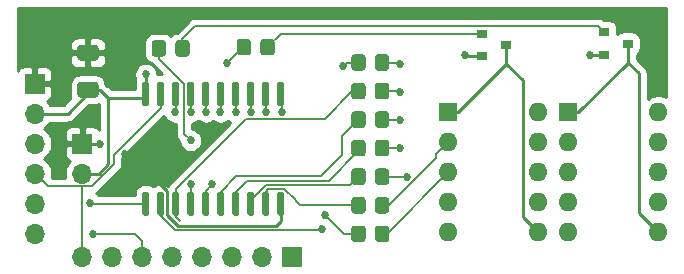
<source format=gbr>
%TF.GenerationSoftware,KiCad,Pcbnew,5.1.9-73d0e3b20d~88~ubuntu20.04.1*%
%TF.CreationDate,2021-03-07T16:38:01-05:00*%
%TF.ProjectId,hexdisplay8,68657864-6973-4706-9c61-79382e6b6963,rev?*%
%TF.SameCoordinates,Original*%
%TF.FileFunction,Copper,L1,Top*%
%TF.FilePolarity,Positive*%
%FSLAX46Y46*%
G04 Gerber Fmt 4.6, Leading zero omitted, Abs format (unit mm)*
G04 Created by KiCad (PCBNEW 5.1.9-73d0e3b20d~88~ubuntu20.04.1) date 2021-03-07 16:38:01*
%MOMM*%
%LPD*%
G01*
G04 APERTURE LIST*
%TA.AperFunction,ComponentPad*%
%ADD10O,1.600000X1.600000*%
%TD*%
%TA.AperFunction,ComponentPad*%
%ADD11R,1.600000X1.600000*%
%TD*%
%TA.AperFunction,ComponentPad*%
%ADD12R,1.700000X1.700000*%
%TD*%
%TA.AperFunction,ComponentPad*%
%ADD13O,1.700000X1.700000*%
%TD*%
%TA.AperFunction,SMDPad,CuDef*%
%ADD14R,0.900000X0.800000*%
%TD*%
%TA.AperFunction,ViaPad*%
%ADD15C,0.685800*%
%TD*%
%TA.AperFunction,Conductor*%
%ADD16C,0.254000*%
%TD*%
%TA.AperFunction,Conductor*%
%ADD17C,0.152400*%
%TD*%
%TA.AperFunction,Conductor*%
%ADD18C,0.100000*%
%TD*%
G04 APERTURE END LIST*
%TO.P,C1,1*%
%TO.N,VCC*%
%TA.AperFunction,SMDPad,CuDef*%
G36*
G01*
X143350001Y-106462500D02*
X142049999Y-106462500D01*
G75*
G02*
X141800000Y-106212501I0J249999D01*
G01*
X141800000Y-105387499D01*
G75*
G02*
X142049999Y-105137500I249999J0D01*
G01*
X143350001Y-105137500D01*
G75*
G02*
X143600000Y-105387499I0J-249999D01*
G01*
X143600000Y-106212501D01*
G75*
G02*
X143350001Y-106462500I-249999J0D01*
G01*
G37*
%TD.AperFunction*%
%TO.P,C1,2*%
%TO.N,GND*%
%TA.AperFunction,SMDPad,CuDef*%
G36*
G01*
X143350001Y-103337500D02*
X142049999Y-103337500D01*
G75*
G02*
X141800000Y-103087501I0J249999D01*
G01*
X141800000Y-102262499D01*
G75*
G02*
X142049999Y-102012500I249999J0D01*
G01*
X143350001Y-102012500D01*
G75*
G02*
X143600000Y-102262499I0J-249999D01*
G01*
X143600000Y-103087501D01*
G75*
G02*
X143350001Y-103337500I-249999J0D01*
G01*
G37*
%TD.AperFunction*%
%TD*%
D10*
%TO.P,J1,10*%
%TO.N,/A*%
X180820000Y-107700000D03*
%TO.P,J1,5*%
%TO.N,/D*%
X173200000Y-117860000D03*
%TO.P,J1,9*%
%TO.N,/B*%
X180820000Y-110240000D03*
%TO.P,J1,4*%
%TO.N,/E*%
X173200000Y-115320000D03*
%TO.P,J1,8*%
%TO.N,/C*%
X180820000Y-112780000D03*
%TO.P,J1,3*%
%TO.N,/G*%
X173200000Y-112780000D03*
%TO.P,J1,7*%
%TO.N,Net-(J1-Pad7)*%
X180820000Y-115320000D03*
%TO.P,J1,2*%
%TO.N,/F*%
X173200000Y-110240000D03*
%TO.P,J1,6*%
%TO.N,/CA2*%
X180820000Y-117860000D03*
D11*
%TO.P,J1,1*%
X173200000Y-107700000D03*
%TD*%
%TO.P,J2,1*%
%TO.N,/CA1*%
X183360000Y-107700000D03*
D10*
%TO.P,J2,6*%
X190980000Y-117860000D03*
%TO.P,J2,2*%
%TO.N,/F*%
X183360000Y-110240000D03*
%TO.P,J2,7*%
%TO.N,Net-(J2-Pad7)*%
X190980000Y-115320000D03*
%TO.P,J2,3*%
%TO.N,/G*%
X183360000Y-112780000D03*
%TO.P,J2,8*%
%TO.N,/C*%
X190980000Y-112780000D03*
%TO.P,J2,4*%
%TO.N,/E*%
X183360000Y-115320000D03*
%TO.P,J2,9*%
%TO.N,/B*%
X190980000Y-110240000D03*
%TO.P,J2,5*%
%TO.N,/D*%
X183360000Y-117860000D03*
%TO.P,J2,10*%
%TO.N,/A*%
X190980000Y-107700000D03*
%TD*%
D12*
%TO.P,J3,1*%
%TO.N,GND*%
X142220000Y-110360000D03*
D13*
%TO.P,J3,2*%
%TO.N,VCC*%
X142220000Y-112900000D03*
%TD*%
D12*
%TO.P,J4,1*%
%TO.N,/D0*%
X160000000Y-120000000D03*
D13*
%TO.P,J4,2*%
%TO.N,/D1*%
X157460000Y-120000000D03*
%TO.P,J4,3*%
%TO.N,/D2*%
X154920000Y-120000000D03*
%TO.P,J4,4*%
%TO.N,/D3*%
X152380000Y-120000000D03*
%TO.P,J4,5*%
%TO.N,/D4*%
X149840000Y-120000000D03*
%TO.P,J4,6*%
%TO.N,/D5*%
X147300000Y-120000000D03*
%TO.P,J4,7*%
%TO.N,/D6*%
X144760000Y-120000000D03*
%TO.P,J4,8*%
%TO.N,/D7*%
X142220000Y-120000000D03*
%TD*%
D12*
%TO.P,J5,1*%
%TO.N,GND*%
X138200000Y-105280000D03*
D13*
%TO.P,J5,2*%
%TO.N,VCC*%
X138200000Y-107820000D03*
%TO.P,J5,3*%
%TO.N,/D6*%
X138200000Y-110360000D03*
%TO.P,J5,4*%
%TO.N,/D7*%
X138200000Y-112900000D03*
%TO.P,J5,5*%
%TO.N,/~RESET*%
X138200000Y-115440000D03*
%TO.P,J5,6*%
%TO.N,/D5*%
X138200000Y-117980000D03*
%TD*%
D14*
%TO.P,Q1,1*%
%TO.N,Net-(Q1-Pad1)*%
X186400000Y-100950000D03*
%TO.P,Q1,2*%
%TO.N,VCC*%
X186400000Y-102850000D03*
%TO.P,Q1,3*%
%TO.N,/CA1*%
X188400000Y-101900000D03*
%TD*%
%TO.P,Q2,3*%
%TO.N,/CA2*%
X178100000Y-102000000D03*
%TO.P,Q2,2*%
%TO.N,VCC*%
X176100000Y-102950000D03*
%TO.P,Q2,1*%
%TO.N,Net-(Q2-Pad1)*%
X176100000Y-101050000D03*
%TD*%
%TO.P,R1,1*%
%TO.N,/A*%
%TA.AperFunction,SMDPad,CuDef*%
G36*
G01*
X168200000Y-103049999D02*
X168200000Y-103950001D01*
G75*
G02*
X167950001Y-104200000I-249999J0D01*
G01*
X167249999Y-104200000D01*
G75*
G02*
X167000000Y-103950001I0J249999D01*
G01*
X167000000Y-103049999D01*
G75*
G02*
X167249999Y-102800000I249999J0D01*
G01*
X167950001Y-102800000D01*
G75*
G02*
X168200000Y-103049999I0J-249999D01*
G01*
G37*
%TD.AperFunction*%
%TO.P,R1,2*%
%TO.N,Net-(R1-Pad2)*%
%TA.AperFunction,SMDPad,CuDef*%
G36*
G01*
X166200000Y-103049999D02*
X166200000Y-103950001D01*
G75*
G02*
X165950001Y-104200000I-249999J0D01*
G01*
X165249999Y-104200000D01*
G75*
G02*
X165000000Y-103950001I0J249999D01*
G01*
X165000000Y-103049999D01*
G75*
G02*
X165249999Y-102800000I249999J0D01*
G01*
X165950001Y-102800000D01*
G75*
G02*
X166200000Y-103049999I0J-249999D01*
G01*
G37*
%TD.AperFunction*%
%TD*%
%TO.P,R2,2*%
%TO.N,Net-(R2-Pad2)*%
%TA.AperFunction,SMDPad,CuDef*%
G36*
G01*
X166200000Y-105466665D02*
X166200000Y-106366667D01*
G75*
G02*
X165950001Y-106616666I-249999J0D01*
G01*
X165249999Y-106616666D01*
G75*
G02*
X165000000Y-106366667I0J249999D01*
G01*
X165000000Y-105466665D01*
G75*
G02*
X165249999Y-105216666I249999J0D01*
G01*
X165950001Y-105216666D01*
G75*
G02*
X166200000Y-105466665I0J-249999D01*
G01*
G37*
%TD.AperFunction*%
%TO.P,R2,1*%
%TO.N,/B*%
%TA.AperFunction,SMDPad,CuDef*%
G36*
G01*
X168200000Y-105466665D02*
X168200000Y-106366667D01*
G75*
G02*
X167950001Y-106616666I-249999J0D01*
G01*
X167249999Y-106616666D01*
G75*
G02*
X167000000Y-106366667I0J249999D01*
G01*
X167000000Y-105466665D01*
G75*
G02*
X167249999Y-105216666I249999J0D01*
G01*
X167950001Y-105216666D01*
G75*
G02*
X168200000Y-105466665I0J-249999D01*
G01*
G37*
%TD.AperFunction*%
%TD*%
%TO.P,R3,1*%
%TO.N,/C*%
%TA.AperFunction,SMDPad,CuDef*%
G36*
G01*
X168200000Y-107883331D02*
X168200000Y-108783333D01*
G75*
G02*
X167950001Y-109033332I-249999J0D01*
G01*
X167249999Y-109033332D01*
G75*
G02*
X167000000Y-108783333I0J249999D01*
G01*
X167000000Y-107883331D01*
G75*
G02*
X167249999Y-107633332I249999J0D01*
G01*
X167950001Y-107633332D01*
G75*
G02*
X168200000Y-107883331I0J-249999D01*
G01*
G37*
%TD.AperFunction*%
%TO.P,R3,2*%
%TO.N,Net-(R3-Pad2)*%
%TA.AperFunction,SMDPad,CuDef*%
G36*
G01*
X166200000Y-107883331D02*
X166200000Y-108783333D01*
G75*
G02*
X165950001Y-109033332I-249999J0D01*
G01*
X165249999Y-109033332D01*
G75*
G02*
X165000000Y-108783333I0J249999D01*
G01*
X165000000Y-107883331D01*
G75*
G02*
X165249999Y-107633332I249999J0D01*
G01*
X165950001Y-107633332D01*
G75*
G02*
X166200000Y-107883331I0J-249999D01*
G01*
G37*
%TD.AperFunction*%
%TD*%
%TO.P,R4,2*%
%TO.N,Net-(R4-Pad2)*%
%TA.AperFunction,SMDPad,CuDef*%
G36*
G01*
X166200000Y-110299997D02*
X166200000Y-111199999D01*
G75*
G02*
X165950001Y-111449998I-249999J0D01*
G01*
X165249999Y-111449998D01*
G75*
G02*
X165000000Y-111199999I0J249999D01*
G01*
X165000000Y-110299997D01*
G75*
G02*
X165249999Y-110049998I249999J0D01*
G01*
X165950001Y-110049998D01*
G75*
G02*
X166200000Y-110299997I0J-249999D01*
G01*
G37*
%TD.AperFunction*%
%TO.P,R4,1*%
%TO.N,/D*%
%TA.AperFunction,SMDPad,CuDef*%
G36*
G01*
X168200000Y-110299997D02*
X168200000Y-111199999D01*
G75*
G02*
X167950001Y-111449998I-249999J0D01*
G01*
X167249999Y-111449998D01*
G75*
G02*
X167000000Y-111199999I0J249999D01*
G01*
X167000000Y-110299997D01*
G75*
G02*
X167249999Y-110049998I249999J0D01*
G01*
X167950001Y-110049998D01*
G75*
G02*
X168200000Y-110299997I0J-249999D01*
G01*
G37*
%TD.AperFunction*%
%TD*%
%TO.P,R5,1*%
%TO.N,/E*%
%TA.AperFunction,SMDPad,CuDef*%
G36*
G01*
X168200000Y-112716663D02*
X168200000Y-113616665D01*
G75*
G02*
X167950001Y-113866664I-249999J0D01*
G01*
X167249999Y-113866664D01*
G75*
G02*
X167000000Y-113616665I0J249999D01*
G01*
X167000000Y-112716663D01*
G75*
G02*
X167249999Y-112466664I249999J0D01*
G01*
X167950001Y-112466664D01*
G75*
G02*
X168200000Y-112716663I0J-249999D01*
G01*
G37*
%TD.AperFunction*%
%TO.P,R5,2*%
%TO.N,Net-(R5-Pad2)*%
%TA.AperFunction,SMDPad,CuDef*%
G36*
G01*
X166200000Y-112716663D02*
X166200000Y-113616665D01*
G75*
G02*
X165950001Y-113866664I-249999J0D01*
G01*
X165249999Y-113866664D01*
G75*
G02*
X165000000Y-113616665I0J249999D01*
G01*
X165000000Y-112716663D01*
G75*
G02*
X165249999Y-112466664I249999J0D01*
G01*
X165950001Y-112466664D01*
G75*
G02*
X166200000Y-112716663I0J-249999D01*
G01*
G37*
%TD.AperFunction*%
%TD*%
%TO.P,R6,2*%
%TO.N,Net-(R6-Pad2)*%
%TA.AperFunction,SMDPad,CuDef*%
G36*
G01*
X166200000Y-115133329D02*
X166200000Y-116033331D01*
G75*
G02*
X165950001Y-116283330I-249999J0D01*
G01*
X165249999Y-116283330D01*
G75*
G02*
X165000000Y-116033331I0J249999D01*
G01*
X165000000Y-115133329D01*
G75*
G02*
X165249999Y-114883330I249999J0D01*
G01*
X165950001Y-114883330D01*
G75*
G02*
X166200000Y-115133329I0J-249999D01*
G01*
G37*
%TD.AperFunction*%
%TO.P,R6,1*%
%TO.N,/F*%
%TA.AperFunction,SMDPad,CuDef*%
G36*
G01*
X168200000Y-115133329D02*
X168200000Y-116033331D01*
G75*
G02*
X167950001Y-116283330I-249999J0D01*
G01*
X167249999Y-116283330D01*
G75*
G02*
X167000000Y-116033331I0J249999D01*
G01*
X167000000Y-115133329D01*
G75*
G02*
X167249999Y-114883330I249999J0D01*
G01*
X167950001Y-114883330D01*
G75*
G02*
X168200000Y-115133329I0J-249999D01*
G01*
G37*
%TD.AperFunction*%
%TD*%
%TO.P,R7,1*%
%TO.N,/G*%
%TA.AperFunction,SMDPad,CuDef*%
G36*
G01*
X168200000Y-117549999D02*
X168200000Y-118450001D01*
G75*
G02*
X167950001Y-118700000I-249999J0D01*
G01*
X167249999Y-118700000D01*
G75*
G02*
X167000000Y-118450001I0J249999D01*
G01*
X167000000Y-117549999D01*
G75*
G02*
X167249999Y-117300000I249999J0D01*
G01*
X167950001Y-117300000D01*
G75*
G02*
X168200000Y-117549999I0J-249999D01*
G01*
G37*
%TD.AperFunction*%
%TO.P,R7,2*%
%TO.N,Net-(R7-Pad2)*%
%TA.AperFunction,SMDPad,CuDef*%
G36*
G01*
X166200000Y-117549999D02*
X166200000Y-118450001D01*
G75*
G02*
X165950001Y-118700000I-249999J0D01*
G01*
X165249999Y-118700000D01*
G75*
G02*
X165000000Y-118450001I0J249999D01*
G01*
X165000000Y-117549999D01*
G75*
G02*
X165249999Y-117300000I249999J0D01*
G01*
X165950001Y-117300000D01*
G75*
G02*
X166200000Y-117549999I0J-249999D01*
G01*
G37*
%TD.AperFunction*%
%TD*%
%TO.P,R8,2*%
%TO.N,Net-(R8-Pad2)*%
%TA.AperFunction,SMDPad,CuDef*%
G36*
G01*
X149300000Y-101849999D02*
X149300000Y-102750001D01*
G75*
G02*
X149050001Y-103000000I-249999J0D01*
G01*
X148349999Y-103000000D01*
G75*
G02*
X148100000Y-102750001I0J249999D01*
G01*
X148100000Y-101849999D01*
G75*
G02*
X148349999Y-101600000I249999J0D01*
G01*
X149050001Y-101600000D01*
G75*
G02*
X149300000Y-101849999I0J-249999D01*
G01*
G37*
%TD.AperFunction*%
%TO.P,R8,1*%
%TO.N,Net-(Q1-Pad1)*%
%TA.AperFunction,SMDPad,CuDef*%
G36*
G01*
X151300000Y-101849999D02*
X151300000Y-102750001D01*
G75*
G02*
X151050001Y-103000000I-249999J0D01*
G01*
X150349999Y-103000000D01*
G75*
G02*
X150100000Y-102750001I0J249999D01*
G01*
X150100000Y-101849999D01*
G75*
G02*
X150349999Y-101600000I249999J0D01*
G01*
X151050001Y-101600000D01*
G75*
G02*
X151300000Y-101849999I0J-249999D01*
G01*
G37*
%TD.AperFunction*%
%TD*%
%TO.P,R9,1*%
%TO.N,Net-(Q2-Pad1)*%
%TA.AperFunction,SMDPad,CuDef*%
G36*
G01*
X158500000Y-101749999D02*
X158500000Y-102650001D01*
G75*
G02*
X158250001Y-102900000I-249999J0D01*
G01*
X157549999Y-102900000D01*
G75*
G02*
X157300000Y-102650001I0J249999D01*
G01*
X157300000Y-101749999D01*
G75*
G02*
X157549999Y-101500000I249999J0D01*
G01*
X158250001Y-101500000D01*
G75*
G02*
X158500000Y-101749999I0J-249999D01*
G01*
G37*
%TD.AperFunction*%
%TO.P,R9,2*%
%TO.N,Net-(R9-Pad2)*%
%TA.AperFunction,SMDPad,CuDef*%
G36*
G01*
X156500000Y-101749999D02*
X156500000Y-102650001D01*
G75*
G02*
X156250001Y-102900000I-249999J0D01*
G01*
X155549999Y-102900000D01*
G75*
G02*
X155300000Y-102650001I0J249999D01*
G01*
X155300000Y-101749999D01*
G75*
G02*
X155549999Y-101500000I249999J0D01*
G01*
X156250001Y-101500000D01*
G75*
G02*
X156500000Y-101749999I0J-249999D01*
G01*
G37*
%TD.AperFunction*%
%TD*%
%TO.P,U1,1*%
%TO.N,/~RESET*%
%TA.AperFunction,SMDPad,CuDef*%
G36*
G01*
X147735000Y-116475000D02*
X147435000Y-116475000D01*
G75*
G02*
X147285000Y-116325000I0J150000D01*
G01*
X147285000Y-114575000D01*
G75*
G02*
X147435000Y-114425000I150000J0D01*
G01*
X147735000Y-114425000D01*
G75*
G02*
X147885000Y-114575000I0J-150000D01*
G01*
X147885000Y-116325000D01*
G75*
G02*
X147735000Y-116475000I-150000J0D01*
G01*
G37*
%TD.AperFunction*%
%TO.P,U1,2*%
%TO.N,Net-(R1-Pad2)*%
%TA.AperFunction,SMDPad,CuDef*%
G36*
G01*
X149005000Y-116475000D02*
X148705000Y-116475000D01*
G75*
G02*
X148555000Y-116325000I0J150000D01*
G01*
X148555000Y-114575000D01*
G75*
G02*
X148705000Y-114425000I150000J0D01*
G01*
X149005000Y-114425000D01*
G75*
G02*
X149155000Y-114575000I0J-150000D01*
G01*
X149155000Y-116325000D01*
G75*
G02*
X149005000Y-116475000I-150000J0D01*
G01*
G37*
%TD.AperFunction*%
%TO.P,U1,3*%
%TO.N,Net-(R2-Pad2)*%
%TA.AperFunction,SMDPad,CuDef*%
G36*
G01*
X150275000Y-116475000D02*
X149975000Y-116475000D01*
G75*
G02*
X149825000Y-116325000I0J150000D01*
G01*
X149825000Y-114575000D01*
G75*
G02*
X149975000Y-114425000I150000J0D01*
G01*
X150275000Y-114425000D01*
G75*
G02*
X150425000Y-114575000I0J-150000D01*
G01*
X150425000Y-116325000D01*
G75*
G02*
X150275000Y-116475000I-150000J0D01*
G01*
G37*
%TD.AperFunction*%
%TO.P,U1,4*%
%TO.N,Net-(R8-Pad2)*%
%TA.AperFunction,SMDPad,CuDef*%
G36*
G01*
X151545000Y-116475000D02*
X151245000Y-116475000D01*
G75*
G02*
X151095000Y-116325000I0J150000D01*
G01*
X151095000Y-114575000D01*
G75*
G02*
X151245000Y-114425000I150000J0D01*
G01*
X151545000Y-114425000D01*
G75*
G02*
X151695000Y-114575000I0J-150000D01*
G01*
X151695000Y-116325000D01*
G75*
G02*
X151545000Y-116475000I-150000J0D01*
G01*
G37*
%TD.AperFunction*%
%TO.P,U1,5*%
%TO.N,Net-(R9-Pad2)*%
%TA.AperFunction,SMDPad,CuDef*%
G36*
G01*
X152815000Y-116475000D02*
X152515000Y-116475000D01*
G75*
G02*
X152365000Y-116325000I0J150000D01*
G01*
X152365000Y-114575000D01*
G75*
G02*
X152515000Y-114425000I150000J0D01*
G01*
X152815000Y-114425000D01*
G75*
G02*
X152965000Y-114575000I0J-150000D01*
G01*
X152965000Y-116325000D01*
G75*
G02*
X152815000Y-116475000I-150000J0D01*
G01*
G37*
%TD.AperFunction*%
%TO.P,U1,6*%
%TO.N,Net-(R3-Pad2)*%
%TA.AperFunction,SMDPad,CuDef*%
G36*
G01*
X154085000Y-116475000D02*
X153785000Y-116475000D01*
G75*
G02*
X153635000Y-116325000I0J150000D01*
G01*
X153635000Y-114575000D01*
G75*
G02*
X153785000Y-114425000I150000J0D01*
G01*
X154085000Y-114425000D01*
G75*
G02*
X154235000Y-114575000I0J-150000D01*
G01*
X154235000Y-116325000D01*
G75*
G02*
X154085000Y-116475000I-150000J0D01*
G01*
G37*
%TD.AperFunction*%
%TO.P,U1,7*%
%TO.N,Net-(R4-Pad2)*%
%TA.AperFunction,SMDPad,CuDef*%
G36*
G01*
X155355000Y-116475000D02*
X155055000Y-116475000D01*
G75*
G02*
X154905000Y-116325000I0J150000D01*
G01*
X154905000Y-114575000D01*
G75*
G02*
X155055000Y-114425000I150000J0D01*
G01*
X155355000Y-114425000D01*
G75*
G02*
X155505000Y-114575000I0J-150000D01*
G01*
X155505000Y-116325000D01*
G75*
G02*
X155355000Y-116475000I-150000J0D01*
G01*
G37*
%TD.AperFunction*%
%TO.P,U1,8*%
%TO.N,Net-(R5-Pad2)*%
%TA.AperFunction,SMDPad,CuDef*%
G36*
G01*
X156625000Y-116475000D02*
X156325000Y-116475000D01*
G75*
G02*
X156175000Y-116325000I0J150000D01*
G01*
X156175000Y-114575000D01*
G75*
G02*
X156325000Y-114425000I150000J0D01*
G01*
X156625000Y-114425000D01*
G75*
G02*
X156775000Y-114575000I0J-150000D01*
G01*
X156775000Y-116325000D01*
G75*
G02*
X156625000Y-116475000I-150000J0D01*
G01*
G37*
%TD.AperFunction*%
%TO.P,U1,9*%
%TO.N,Net-(R6-Pad2)*%
%TA.AperFunction,SMDPad,CuDef*%
G36*
G01*
X157895000Y-116475000D02*
X157595000Y-116475000D01*
G75*
G02*
X157445000Y-116325000I0J150000D01*
G01*
X157445000Y-114575000D01*
G75*
G02*
X157595000Y-114425000I150000J0D01*
G01*
X157895000Y-114425000D01*
G75*
G02*
X158045000Y-114575000I0J-150000D01*
G01*
X158045000Y-116325000D01*
G75*
G02*
X157895000Y-116475000I-150000J0D01*
G01*
G37*
%TD.AperFunction*%
%TO.P,U1,10*%
%TO.N,GND*%
%TA.AperFunction,SMDPad,CuDef*%
G36*
G01*
X159165000Y-116475000D02*
X158865000Y-116475000D01*
G75*
G02*
X158715000Y-116325000I0J150000D01*
G01*
X158715000Y-114575000D01*
G75*
G02*
X158865000Y-114425000I150000J0D01*
G01*
X159165000Y-114425000D01*
G75*
G02*
X159315000Y-114575000I0J-150000D01*
G01*
X159315000Y-116325000D01*
G75*
G02*
X159165000Y-116475000I-150000J0D01*
G01*
G37*
%TD.AperFunction*%
%TO.P,U1,11*%
%TO.N,Net-(R7-Pad2)*%
%TA.AperFunction,SMDPad,CuDef*%
G36*
G01*
X159165000Y-107175000D02*
X158865000Y-107175000D01*
G75*
G02*
X158715000Y-107025000I0J150000D01*
G01*
X158715000Y-105275000D01*
G75*
G02*
X158865000Y-105125000I150000J0D01*
G01*
X159165000Y-105125000D01*
G75*
G02*
X159315000Y-105275000I0J-150000D01*
G01*
X159315000Y-107025000D01*
G75*
G02*
X159165000Y-107175000I-150000J0D01*
G01*
G37*
%TD.AperFunction*%
%TO.P,U1,12*%
%TO.N,/D0*%
%TA.AperFunction,SMDPad,CuDef*%
G36*
G01*
X157895000Y-107175000D02*
X157595000Y-107175000D01*
G75*
G02*
X157445000Y-107025000I0J150000D01*
G01*
X157445000Y-105275000D01*
G75*
G02*
X157595000Y-105125000I150000J0D01*
G01*
X157895000Y-105125000D01*
G75*
G02*
X158045000Y-105275000I0J-150000D01*
G01*
X158045000Y-107025000D01*
G75*
G02*
X157895000Y-107175000I-150000J0D01*
G01*
G37*
%TD.AperFunction*%
%TO.P,U1,13*%
%TO.N,/D1*%
%TA.AperFunction,SMDPad,CuDef*%
G36*
G01*
X156625000Y-107175000D02*
X156325000Y-107175000D01*
G75*
G02*
X156175000Y-107025000I0J150000D01*
G01*
X156175000Y-105275000D01*
G75*
G02*
X156325000Y-105125000I150000J0D01*
G01*
X156625000Y-105125000D01*
G75*
G02*
X156775000Y-105275000I0J-150000D01*
G01*
X156775000Y-107025000D01*
G75*
G02*
X156625000Y-107175000I-150000J0D01*
G01*
G37*
%TD.AperFunction*%
%TO.P,U1,14*%
%TO.N,/D2*%
%TA.AperFunction,SMDPad,CuDef*%
G36*
G01*
X155355000Y-107175000D02*
X155055000Y-107175000D01*
G75*
G02*
X154905000Y-107025000I0J150000D01*
G01*
X154905000Y-105275000D01*
G75*
G02*
X155055000Y-105125000I150000J0D01*
G01*
X155355000Y-105125000D01*
G75*
G02*
X155505000Y-105275000I0J-150000D01*
G01*
X155505000Y-107025000D01*
G75*
G02*
X155355000Y-107175000I-150000J0D01*
G01*
G37*
%TD.AperFunction*%
%TO.P,U1,15*%
%TO.N,/D3*%
%TA.AperFunction,SMDPad,CuDef*%
G36*
G01*
X154085000Y-107175000D02*
X153785000Y-107175000D01*
G75*
G02*
X153635000Y-107025000I0J150000D01*
G01*
X153635000Y-105275000D01*
G75*
G02*
X153785000Y-105125000I150000J0D01*
G01*
X154085000Y-105125000D01*
G75*
G02*
X154235000Y-105275000I0J-150000D01*
G01*
X154235000Y-107025000D01*
G75*
G02*
X154085000Y-107175000I-150000J0D01*
G01*
G37*
%TD.AperFunction*%
%TO.P,U1,16*%
%TO.N,/D4*%
%TA.AperFunction,SMDPad,CuDef*%
G36*
G01*
X152815000Y-107175000D02*
X152515000Y-107175000D01*
G75*
G02*
X152365000Y-107025000I0J150000D01*
G01*
X152365000Y-105275000D01*
G75*
G02*
X152515000Y-105125000I150000J0D01*
G01*
X152815000Y-105125000D01*
G75*
G02*
X152965000Y-105275000I0J-150000D01*
G01*
X152965000Y-107025000D01*
G75*
G02*
X152815000Y-107175000I-150000J0D01*
G01*
G37*
%TD.AperFunction*%
%TO.P,U1,17*%
%TO.N,/D5*%
%TA.AperFunction,SMDPad,CuDef*%
G36*
G01*
X151545000Y-107175000D02*
X151245000Y-107175000D01*
G75*
G02*
X151095000Y-107025000I0J150000D01*
G01*
X151095000Y-105275000D01*
G75*
G02*
X151245000Y-105125000I150000J0D01*
G01*
X151545000Y-105125000D01*
G75*
G02*
X151695000Y-105275000I0J-150000D01*
G01*
X151695000Y-107025000D01*
G75*
G02*
X151545000Y-107175000I-150000J0D01*
G01*
G37*
%TD.AperFunction*%
%TO.P,U1,18*%
%TO.N,/D6*%
%TA.AperFunction,SMDPad,CuDef*%
G36*
G01*
X150275000Y-107175000D02*
X149975000Y-107175000D01*
G75*
G02*
X149825000Y-107025000I0J150000D01*
G01*
X149825000Y-105275000D01*
G75*
G02*
X149975000Y-105125000I150000J0D01*
G01*
X150275000Y-105125000D01*
G75*
G02*
X150425000Y-105275000I0J-150000D01*
G01*
X150425000Y-107025000D01*
G75*
G02*
X150275000Y-107175000I-150000J0D01*
G01*
G37*
%TD.AperFunction*%
%TO.P,U1,19*%
%TO.N,/D7*%
%TA.AperFunction,SMDPad,CuDef*%
G36*
G01*
X149005000Y-107175000D02*
X148705000Y-107175000D01*
G75*
G02*
X148555000Y-107025000I0J150000D01*
G01*
X148555000Y-105275000D01*
G75*
G02*
X148705000Y-105125000I150000J0D01*
G01*
X149005000Y-105125000D01*
G75*
G02*
X149155000Y-105275000I0J-150000D01*
G01*
X149155000Y-107025000D01*
G75*
G02*
X149005000Y-107175000I-150000J0D01*
G01*
G37*
%TD.AperFunction*%
%TO.P,U1,20*%
%TO.N,VCC*%
%TA.AperFunction,SMDPad,CuDef*%
G36*
G01*
X147735000Y-107175000D02*
X147435000Y-107175000D01*
G75*
G02*
X147285000Y-107025000I0J150000D01*
G01*
X147285000Y-105275000D01*
G75*
G02*
X147435000Y-105125000I150000J0D01*
G01*
X147735000Y-105125000D01*
G75*
G02*
X147885000Y-105275000I0J-150000D01*
G01*
X147885000Y-107025000D01*
G75*
G02*
X147735000Y-107175000I-150000J0D01*
G01*
G37*
%TD.AperFunction*%
%TD*%
D15*
%TO.N,GND*%
X143700000Y-110400000D03*
X144400000Y-105300000D03*
X145804112Y-111204112D03*
%TO.N,/A*%
X169100000Y-103600000D03*
%TO.N,/D*%
X169100000Y-110700000D03*
%TO.N,/B*%
X169100000Y-106000000D03*
%TO.N,/E*%
X169700000Y-113200000D03*
%TO.N,/C*%
X169100000Y-108400000D03*
%TO.N,/D0*%
X157800000Y-107700000D03*
%TO.N,/D1*%
X156500000Y-107700000D03*
%TO.N,/D2*%
X155200000Y-107700000D03*
%TO.N,/D3*%
X153900000Y-107700000D03*
%TO.N,/D4*%
X152700000Y-107700000D03*
%TO.N,/D5*%
X151400000Y-107700000D03*
X143100000Y-118000000D03*
%TO.N,/D6*%
X150100000Y-107700000D03*
%TO.N,/~RESET*%
X142900000Y-115400000D03*
%TO.N,Net-(R1-Pad2)*%
X162500000Y-117600000D03*
X164300000Y-103800000D03*
%TO.N,Net-(R7-Pad2)*%
X162800000Y-116400000D03*
X159100000Y-107700000D03*
%TO.N,Net-(R8-Pad2)*%
X151400000Y-113800000D03*
X151400000Y-110100000D03*
%TO.N,Net-(R9-Pad2)*%
X153200000Y-113800000D03*
X154500000Y-103500000D03*
%TO.N,VCC*%
X147600000Y-104500000D03*
X185200000Y-102900000D03*
X174622301Y-102877699D03*
%TD*%
D16*
%TO.N,GND*%
X143660000Y-110360000D02*
X143700000Y-110400000D01*
X142220000Y-110360000D02*
X143660000Y-110360000D01*
X144400000Y-105300000D02*
X144400000Y-103000000D01*
X144075000Y-102675000D02*
X142700000Y-102675000D01*
X144400000Y-103000000D02*
X144075000Y-102675000D01*
X142700000Y-102675000D02*
X139425000Y-102675000D01*
X138200000Y-103900000D02*
X138200000Y-105280000D01*
X139425000Y-102675000D02*
X138200000Y-103900000D01*
X159015000Y-115450000D02*
X159015000Y-116885000D01*
X159015000Y-116885000D02*
X158600000Y-117300000D01*
X146241392Y-111204112D02*
X145804112Y-111204112D01*
X149434410Y-114397130D02*
X146241392Y-111204112D01*
X149434410Y-116391690D02*
X149434410Y-114397130D01*
X150342720Y-117300000D02*
X149434410Y-116391690D01*
X158600000Y-117300000D02*
X150342720Y-117300000D01*
D17*
%TO.N,/A*%
X169000000Y-103500000D02*
X169100000Y-103600000D01*
X167600000Y-103500000D02*
X169000000Y-103500000D01*
%TO.N,/D*%
X169050002Y-110749998D02*
X169100000Y-110700000D01*
X167600000Y-110749998D02*
X169050002Y-110749998D01*
%TO.N,/B*%
X169016666Y-105916666D02*
X169100000Y-106000000D01*
X167600000Y-105916666D02*
X169016666Y-105916666D01*
%TO.N,/E*%
X169666664Y-113166664D02*
X169700000Y-113200000D01*
X167600000Y-113166664D02*
X169666664Y-113166664D01*
%TO.N,/C*%
X167666668Y-108400000D02*
X167600000Y-108333332D01*
X169100000Y-108400000D02*
X167666668Y-108400000D01*
%TO.N,/G*%
X167980000Y-118000000D02*
X167600000Y-118000000D01*
X173200000Y-112780000D02*
X167980000Y-118000000D01*
%TO.N,/F*%
X168162492Y-115583330D02*
X167600000Y-115583330D01*
X172171399Y-111574423D02*
X168162492Y-115583330D01*
X172171399Y-111268601D02*
X172171399Y-111574423D01*
X173200000Y-110240000D02*
X172171399Y-111268601D01*
D16*
%TO.N,/CA2*%
X178100000Y-102000000D02*
X178100000Y-103600000D01*
X174000000Y-107700000D02*
X173200000Y-107700000D01*
X178100000Y-103600000D02*
X174000000Y-107700000D01*
X180820000Y-117860000D02*
X179500000Y-116540000D01*
X179500000Y-105000000D02*
X178100000Y-103600000D01*
X179500000Y-116540000D02*
X179500000Y-105000000D01*
%TO.N,/CA1*%
X188400000Y-101900000D02*
X188400000Y-103500000D01*
X184200000Y-107700000D02*
X183360000Y-107700000D01*
X188400000Y-103500000D02*
X184200000Y-107700000D01*
X190980000Y-117860000D02*
X189320000Y-116200000D01*
X189320000Y-104420000D02*
X188400000Y-103500000D01*
X189320000Y-116200000D02*
X189320000Y-104420000D01*
D17*
%TO.N,/D0*%
X157745000Y-107645000D02*
X157800000Y-107700000D01*
X157745000Y-106150000D02*
X157745000Y-107645000D01*
%TO.N,/D1*%
X156475000Y-107675000D02*
X156500000Y-107700000D01*
X156475000Y-106150000D02*
X156475000Y-107675000D01*
%TO.N,/D2*%
X155205000Y-107695000D02*
X155200000Y-107700000D01*
X155205000Y-106150000D02*
X155205000Y-107695000D01*
%TO.N,/D3*%
X153935000Y-106150000D02*
X153935000Y-107565000D01*
X153900000Y-107600000D02*
X153900000Y-107700000D01*
X153935000Y-107565000D02*
X153900000Y-107600000D01*
%TO.N,/D4*%
X152665000Y-107665000D02*
X152700000Y-107700000D01*
X152665000Y-106150000D02*
X152665000Y-107665000D01*
%TO.N,/D5*%
X151395000Y-107695000D02*
X151400000Y-107700000D01*
X151395000Y-106150000D02*
X151395000Y-107695000D01*
X147300000Y-120000000D02*
X147300000Y-118600000D01*
X146700000Y-118000000D02*
X143100000Y-118000000D01*
X147300000Y-118600000D02*
X146700000Y-118000000D01*
%TO.N,/D6*%
X150125000Y-107675000D02*
X150100000Y-107700000D01*
X150125000Y-106150000D02*
X150125000Y-107675000D01*
%TO.N,/D7*%
X148855000Y-106150000D02*
X148855000Y-107345000D01*
X148855000Y-107345000D02*
X144900000Y-111300000D01*
X139278601Y-113978601D02*
X138200000Y-112900000D01*
X144900000Y-112102908D02*
X143024307Y-113978601D01*
X144900000Y-111300000D02*
X144900000Y-112102908D01*
X142220000Y-113980000D02*
X142221399Y-113978601D01*
X142220000Y-120000000D02*
X142220000Y-113980000D01*
X142221399Y-113978601D02*
X139278601Y-113978601D01*
X143024307Y-113978601D02*
X142221399Y-113978601D01*
%TO.N,/~RESET*%
X142950000Y-115450000D02*
X142900000Y-115400000D01*
X147585000Y-115450000D02*
X142950000Y-115450000D01*
%TO.N,Net-(Q1-Pad1)*%
X185871399Y-100421399D02*
X186400000Y-100950000D01*
X151778601Y-100421399D02*
X185871399Y-100421399D01*
X150700000Y-101500000D02*
X151778601Y-100421399D01*
X150700000Y-102300000D02*
X150700000Y-101500000D01*
%TO.N,Net-(Q2-Pad1)*%
X159050000Y-101050000D02*
X157900000Y-102200000D01*
X176100000Y-101050000D02*
X159050000Y-101050000D01*
%TO.N,Net-(R1-Pad2)*%
X150035610Y-117655610D02*
X158747298Y-117655610D01*
X148855000Y-116475000D02*
X150035610Y-117655610D01*
X148855000Y-115450000D02*
X148855000Y-116475000D01*
X162444390Y-117655610D02*
X162500000Y-117600000D01*
X158747298Y-117655610D02*
X162444390Y-117655610D01*
X164300000Y-103800000D02*
X164600000Y-103500000D01*
X164600000Y-103500000D02*
X165600000Y-103500000D01*
%TO.N,Net-(R2-Pad2)*%
X150125000Y-115450000D02*
X150125000Y-116579372D01*
X150125000Y-116579372D02*
X150490018Y-116944390D01*
X156082677Y-108271501D02*
X162728499Y-108271501D01*
X150125000Y-114229178D02*
X156082677Y-108271501D01*
X150125000Y-115450000D02*
X150125000Y-114229178D01*
X165083334Y-105916666D02*
X165600000Y-105916666D01*
X162728499Y-108271501D02*
X165083334Y-105916666D01*
%TO.N,Net-(R3-Pad2)*%
X153935000Y-114425000D02*
X155260000Y-113100000D01*
X153935000Y-115450000D02*
X153935000Y-114425000D01*
X155260000Y-113100000D02*
X162400000Y-113100000D01*
X162400000Y-113100000D02*
X164200000Y-111300000D01*
X164200000Y-109733332D02*
X165600000Y-108333332D01*
X164200000Y-111300000D02*
X164200000Y-109733332D01*
%TO.N,Net-(R4-Pad2)*%
X155205000Y-114425000D02*
X156130000Y-113500000D01*
X155205000Y-115450000D02*
X155205000Y-114425000D01*
X156130000Y-113500000D02*
X163100000Y-113500000D01*
X165600000Y-111000000D02*
X165600000Y-110749998D01*
X163100000Y-113500000D02*
X165600000Y-111000000D01*
%TO.N,Net-(R5-Pad2)*%
X156475000Y-115159564D02*
X156475000Y-115450000D01*
X164391580Y-113891580D02*
X157742984Y-113891580D01*
X157742984Y-113891580D02*
X156475000Y-115159564D01*
X164400000Y-113900000D02*
X164391580Y-113891580D01*
X164866664Y-113900000D02*
X164400000Y-113900000D01*
X165600000Y-113166664D02*
X164866664Y-113900000D01*
%TO.N,Net-(R6-Pad2)*%
X159321826Y-114196390D02*
X160300000Y-115174564D01*
X157973610Y-114196390D02*
X159321826Y-114196390D01*
X157745000Y-114425000D02*
X157973610Y-114196390D01*
X157745000Y-115450000D02*
X157745000Y-114425000D01*
X160300000Y-115174564D02*
X160300000Y-115200000D01*
X160683330Y-115583330D02*
X165600000Y-115583330D01*
X160300000Y-115200000D02*
X160683330Y-115583330D01*
%TO.N,Net-(R7-Pad2)*%
X164400000Y-118000000D02*
X162800000Y-116400000D01*
X165600000Y-118000000D02*
X164400000Y-118000000D01*
X159100000Y-106235000D02*
X159015000Y-106150000D01*
X159100000Y-107700000D02*
X159100000Y-106235000D01*
%TO.N,Net-(R8-Pad2)*%
X151395000Y-113805000D02*
X151400000Y-113800000D01*
X151395000Y-115450000D02*
X151395000Y-113805000D01*
X150828499Y-105293063D02*
X149935436Y-104400000D01*
X150828499Y-109528499D02*
X150828499Y-105293063D01*
X151400000Y-110100000D02*
X150828499Y-109528499D01*
X149935436Y-104400000D02*
X149900000Y-104400000D01*
X148700000Y-103200000D02*
X148700000Y-102300000D01*
X149900000Y-104400000D02*
X148700000Y-103200000D01*
%TO.N,Net-(R9-Pad2)*%
X152665000Y-114335000D02*
X153200000Y-113800000D01*
X152665000Y-115450000D02*
X152665000Y-114335000D01*
X155800000Y-102200000D02*
X155900000Y-102200000D01*
X154500000Y-103500000D02*
X155800000Y-102200000D01*
D16*
%TO.N,VCC*%
X142220000Y-112900000D02*
X143600000Y-112900000D01*
X143600000Y-112900000D02*
X144400000Y-112100000D01*
X144400000Y-112100000D02*
X144400000Y-106500000D01*
X143700000Y-105800000D02*
X142700000Y-105800000D01*
X144400000Y-106500000D02*
X143700000Y-105800000D01*
X142700000Y-105800000D02*
X142700000Y-106100000D01*
X140980000Y-107820000D02*
X138200000Y-107820000D01*
X142700000Y-106100000D02*
X140980000Y-107820000D01*
X147585000Y-106150000D02*
X147585000Y-106315000D01*
X147400000Y-106500000D02*
X144400000Y-106500000D01*
X147585000Y-106315000D02*
X147400000Y-106500000D01*
X147585000Y-104515000D02*
X147600000Y-104500000D01*
X147585000Y-106150000D02*
X147585000Y-104515000D01*
X186350000Y-102900000D02*
X186400000Y-102850000D01*
X185200000Y-102900000D02*
X186350000Y-102900000D01*
X174694602Y-102950000D02*
X174622301Y-102877699D01*
X176100000Y-102950000D02*
X174694602Y-102950000D01*
%TD*%
%TO.N,GND*%
X159142000Y-115323000D02*
X159162000Y-115323000D01*
X159162000Y-115577000D01*
X159142000Y-115577000D01*
X159142000Y-115597000D01*
X158888000Y-115597000D01*
X158888000Y-115577000D01*
X158868000Y-115577000D01*
X158868000Y-115323000D01*
X158888000Y-115323000D01*
X158888000Y-115303000D01*
X159142000Y-115303000D01*
X159142000Y-115323000D01*
%TA.AperFunction,Conductor*%
D18*
G36*
X159142000Y-115323000D02*
G01*
X159162000Y-115323000D01*
X159162000Y-115577000D01*
X159142000Y-115577000D01*
X159142000Y-115597000D01*
X158888000Y-115597000D01*
X158888000Y-115577000D01*
X158868000Y-115577000D01*
X158868000Y-115323000D01*
X158888000Y-115323000D01*
X158888000Y-115303000D01*
X159142000Y-115303000D01*
X159142000Y-115323000D01*
G37*
%TD.AperFunction*%
D16*
X149233396Y-108163210D02*
X149340415Y-108323375D01*
X149476625Y-108459585D01*
X149636790Y-108566604D01*
X149814757Y-108640320D01*
X150003685Y-108677900D01*
X150117299Y-108677900D01*
X150117299Y-109493573D01*
X150113859Y-109528499D01*
X150117299Y-109563425D01*
X150117299Y-109563434D01*
X150127590Y-109667918D01*
X150168257Y-109801979D01*
X150234297Y-109925531D01*
X150323172Y-110033825D01*
X150350309Y-110056096D01*
X150422100Y-110127887D01*
X150422100Y-110196315D01*
X150459680Y-110385243D01*
X150533396Y-110563210D01*
X150640415Y-110723375D01*
X150776625Y-110859585D01*
X150936790Y-110966604D01*
X151114757Y-111040320D01*
X151303685Y-111077900D01*
X151496315Y-111077900D01*
X151685243Y-111040320D01*
X151863210Y-110966604D01*
X152023375Y-110859585D01*
X152159585Y-110723375D01*
X152266604Y-110563210D01*
X152340320Y-110385243D01*
X152377900Y-110196315D01*
X152377900Y-110003685D01*
X152340320Y-109814757D01*
X152266604Y-109636790D01*
X152159585Y-109476625D01*
X152023375Y-109340415D01*
X151863210Y-109233396D01*
X151685243Y-109159680D01*
X151539699Y-109130730D01*
X151539699Y-108669270D01*
X151685243Y-108640320D01*
X151863210Y-108566604D01*
X152023375Y-108459585D01*
X152050000Y-108432960D01*
X152076625Y-108459585D01*
X152236790Y-108566604D01*
X152414757Y-108640320D01*
X152603685Y-108677900D01*
X152796315Y-108677900D01*
X152985243Y-108640320D01*
X153163210Y-108566604D01*
X153300000Y-108475204D01*
X153436790Y-108566604D01*
X153614757Y-108640320D01*
X153803685Y-108677900D01*
X153996315Y-108677900D01*
X154185243Y-108640320D01*
X154363210Y-108566604D01*
X154523375Y-108459585D01*
X154550000Y-108432960D01*
X154576625Y-108459585D01*
X154736790Y-108566604D01*
X154768607Y-108579783D01*
X149646810Y-113701581D01*
X149619674Y-113723851D01*
X149597404Y-113750987D01*
X149597403Y-113750988D01*
X149530798Y-113832146D01*
X149474236Y-113937967D01*
X149471431Y-113943215D01*
X149442829Y-113919742D01*
X149306582Y-113846916D01*
X149158745Y-113802071D01*
X149005000Y-113786928D01*
X148705000Y-113786928D01*
X148551255Y-113802071D01*
X148403418Y-113846916D01*
X148267171Y-113919742D01*
X148220000Y-113958454D01*
X148172829Y-113919742D01*
X148036582Y-113846916D01*
X147888745Y-113802071D01*
X147735000Y-113786928D01*
X147435000Y-113786928D01*
X147281255Y-113802071D01*
X147133418Y-113846916D01*
X146997171Y-113919742D01*
X146877749Y-114017749D01*
X146779742Y-114137171D01*
X146706916Y-114273418D01*
X146662071Y-114421255D01*
X146646928Y-114575000D01*
X146646928Y-114738800D01*
X143621760Y-114738800D01*
X143523375Y-114640415D01*
X143421720Y-114572491D01*
X143529634Y-114483928D01*
X143551909Y-114456786D01*
X145378196Y-112630501D01*
X145405327Y-112608235D01*
X145427593Y-112581104D01*
X145427597Y-112581100D01*
X145481726Y-112515144D01*
X145494202Y-112499941D01*
X145560242Y-112376389D01*
X145600909Y-112242328D01*
X145611200Y-112137844D01*
X145611200Y-112137827D01*
X145614639Y-112102909D01*
X145611200Y-112067991D01*
X145611200Y-111594587D01*
X149177507Y-108028282D01*
X149233396Y-108163210D01*
%TA.AperFunction,Conductor*%
D18*
G36*
X149233396Y-108163210D02*
G01*
X149340415Y-108323375D01*
X149476625Y-108459585D01*
X149636790Y-108566604D01*
X149814757Y-108640320D01*
X150003685Y-108677900D01*
X150117299Y-108677900D01*
X150117299Y-109493573D01*
X150113859Y-109528499D01*
X150117299Y-109563425D01*
X150117299Y-109563434D01*
X150127590Y-109667918D01*
X150168257Y-109801979D01*
X150234297Y-109925531D01*
X150323172Y-110033825D01*
X150350309Y-110056096D01*
X150422100Y-110127887D01*
X150422100Y-110196315D01*
X150459680Y-110385243D01*
X150533396Y-110563210D01*
X150640415Y-110723375D01*
X150776625Y-110859585D01*
X150936790Y-110966604D01*
X151114757Y-111040320D01*
X151303685Y-111077900D01*
X151496315Y-111077900D01*
X151685243Y-111040320D01*
X151863210Y-110966604D01*
X152023375Y-110859585D01*
X152159585Y-110723375D01*
X152266604Y-110563210D01*
X152340320Y-110385243D01*
X152377900Y-110196315D01*
X152377900Y-110003685D01*
X152340320Y-109814757D01*
X152266604Y-109636790D01*
X152159585Y-109476625D01*
X152023375Y-109340415D01*
X151863210Y-109233396D01*
X151685243Y-109159680D01*
X151539699Y-109130730D01*
X151539699Y-108669270D01*
X151685243Y-108640320D01*
X151863210Y-108566604D01*
X152023375Y-108459585D01*
X152050000Y-108432960D01*
X152076625Y-108459585D01*
X152236790Y-108566604D01*
X152414757Y-108640320D01*
X152603685Y-108677900D01*
X152796315Y-108677900D01*
X152985243Y-108640320D01*
X153163210Y-108566604D01*
X153300000Y-108475204D01*
X153436790Y-108566604D01*
X153614757Y-108640320D01*
X153803685Y-108677900D01*
X153996315Y-108677900D01*
X154185243Y-108640320D01*
X154363210Y-108566604D01*
X154523375Y-108459585D01*
X154550000Y-108432960D01*
X154576625Y-108459585D01*
X154736790Y-108566604D01*
X154768607Y-108579783D01*
X149646810Y-113701581D01*
X149619674Y-113723851D01*
X149597404Y-113750987D01*
X149597403Y-113750988D01*
X149530798Y-113832146D01*
X149474236Y-113937967D01*
X149471431Y-113943215D01*
X149442829Y-113919742D01*
X149306582Y-113846916D01*
X149158745Y-113802071D01*
X149005000Y-113786928D01*
X148705000Y-113786928D01*
X148551255Y-113802071D01*
X148403418Y-113846916D01*
X148267171Y-113919742D01*
X148220000Y-113958454D01*
X148172829Y-113919742D01*
X148036582Y-113846916D01*
X147888745Y-113802071D01*
X147735000Y-113786928D01*
X147435000Y-113786928D01*
X147281255Y-113802071D01*
X147133418Y-113846916D01*
X146997171Y-113919742D01*
X146877749Y-114017749D01*
X146779742Y-114137171D01*
X146706916Y-114273418D01*
X146662071Y-114421255D01*
X146646928Y-114575000D01*
X146646928Y-114738800D01*
X143621760Y-114738800D01*
X143523375Y-114640415D01*
X143421720Y-114572491D01*
X143529634Y-114483928D01*
X143551909Y-114456786D01*
X145378196Y-112630501D01*
X145405327Y-112608235D01*
X145427593Y-112581104D01*
X145427597Y-112581100D01*
X145481726Y-112515144D01*
X145494202Y-112499941D01*
X145560242Y-112376389D01*
X145600909Y-112242328D01*
X145611200Y-112137844D01*
X145611200Y-112137827D01*
X145614639Y-112102909D01*
X145611200Y-112067991D01*
X145611200Y-111594587D01*
X149177507Y-108028282D01*
X149233396Y-108163210D01*
G37*
%TD.AperFunction*%
D16*
X143638001Y-109225594D02*
X143600537Y-109155506D01*
X143521185Y-109058815D01*
X143424494Y-108979463D01*
X143314180Y-108920498D01*
X143194482Y-108884188D01*
X143070000Y-108871928D01*
X142505750Y-108875000D01*
X142347000Y-109033750D01*
X142347000Y-110233000D01*
X142367000Y-110233000D01*
X142367000Y-110487000D01*
X142347000Y-110487000D01*
X142347000Y-110507000D01*
X142093000Y-110507000D01*
X142093000Y-110487000D01*
X140893750Y-110487000D01*
X140735000Y-110645750D01*
X140731928Y-111210000D01*
X140744188Y-111334482D01*
X140780498Y-111454180D01*
X140839463Y-111564494D01*
X140918815Y-111661185D01*
X141015506Y-111740537D01*
X141125820Y-111799502D01*
X141198380Y-111821513D01*
X141066525Y-111953368D01*
X140904010Y-112196589D01*
X140792068Y-112466842D01*
X140735000Y-112753740D01*
X140735000Y-113046260D01*
X140778988Y-113267401D01*
X139641012Y-113267401D01*
X139685000Y-113046260D01*
X139685000Y-112753740D01*
X139627932Y-112466842D01*
X139515990Y-112196589D01*
X139353475Y-111953368D01*
X139146632Y-111746525D01*
X138972240Y-111630000D01*
X139146632Y-111513475D01*
X139353475Y-111306632D01*
X139515990Y-111063411D01*
X139627932Y-110793158D01*
X139685000Y-110506260D01*
X139685000Y-110213740D01*
X139627932Y-109926842D01*
X139515990Y-109656589D01*
X139418043Y-109510000D01*
X140731928Y-109510000D01*
X140735000Y-110074250D01*
X140893750Y-110233000D01*
X142093000Y-110233000D01*
X142093000Y-109033750D01*
X141934250Y-108875000D01*
X141370000Y-108871928D01*
X141245518Y-108884188D01*
X141125820Y-108920498D01*
X141015506Y-108979463D01*
X140918815Y-109058815D01*
X140839463Y-109155506D01*
X140780498Y-109265820D01*
X140744188Y-109385518D01*
X140731928Y-109510000D01*
X139418043Y-109510000D01*
X139353475Y-109413368D01*
X139146632Y-109206525D01*
X138972240Y-109090000D01*
X139146632Y-108973475D01*
X139353475Y-108766632D01*
X139476842Y-108582000D01*
X140942577Y-108582000D01*
X140980000Y-108585686D01*
X141017423Y-108582000D01*
X141017426Y-108582000D01*
X141129378Y-108570974D01*
X141273015Y-108527402D01*
X141405392Y-108456645D01*
X141521422Y-108361422D01*
X141545284Y-108332346D01*
X142777059Y-107100572D01*
X143350001Y-107100572D01*
X143523255Y-107083508D01*
X143638001Y-107048700D01*
X143638001Y-109225594D01*
%TA.AperFunction,Conductor*%
D18*
G36*
X143638001Y-109225594D02*
G01*
X143600537Y-109155506D01*
X143521185Y-109058815D01*
X143424494Y-108979463D01*
X143314180Y-108920498D01*
X143194482Y-108884188D01*
X143070000Y-108871928D01*
X142505750Y-108875000D01*
X142347000Y-109033750D01*
X142347000Y-110233000D01*
X142367000Y-110233000D01*
X142367000Y-110487000D01*
X142347000Y-110487000D01*
X142347000Y-110507000D01*
X142093000Y-110507000D01*
X142093000Y-110487000D01*
X140893750Y-110487000D01*
X140735000Y-110645750D01*
X140731928Y-111210000D01*
X140744188Y-111334482D01*
X140780498Y-111454180D01*
X140839463Y-111564494D01*
X140918815Y-111661185D01*
X141015506Y-111740537D01*
X141125820Y-111799502D01*
X141198380Y-111821513D01*
X141066525Y-111953368D01*
X140904010Y-112196589D01*
X140792068Y-112466842D01*
X140735000Y-112753740D01*
X140735000Y-113046260D01*
X140778988Y-113267401D01*
X139641012Y-113267401D01*
X139685000Y-113046260D01*
X139685000Y-112753740D01*
X139627932Y-112466842D01*
X139515990Y-112196589D01*
X139353475Y-111953368D01*
X139146632Y-111746525D01*
X138972240Y-111630000D01*
X139146632Y-111513475D01*
X139353475Y-111306632D01*
X139515990Y-111063411D01*
X139627932Y-110793158D01*
X139685000Y-110506260D01*
X139685000Y-110213740D01*
X139627932Y-109926842D01*
X139515990Y-109656589D01*
X139418043Y-109510000D01*
X140731928Y-109510000D01*
X140735000Y-110074250D01*
X140893750Y-110233000D01*
X142093000Y-110233000D01*
X142093000Y-109033750D01*
X141934250Y-108875000D01*
X141370000Y-108871928D01*
X141245518Y-108884188D01*
X141125820Y-108920498D01*
X141015506Y-108979463D01*
X140918815Y-109058815D01*
X140839463Y-109155506D01*
X140780498Y-109265820D01*
X140744188Y-109385518D01*
X140731928Y-109510000D01*
X139418043Y-109510000D01*
X139353475Y-109413368D01*
X139146632Y-109206525D01*
X138972240Y-109090000D01*
X139146632Y-108973475D01*
X139353475Y-108766632D01*
X139476842Y-108582000D01*
X140942577Y-108582000D01*
X140980000Y-108585686D01*
X141017423Y-108582000D01*
X141017426Y-108582000D01*
X141129378Y-108570974D01*
X141273015Y-108527402D01*
X141405392Y-108456645D01*
X141521422Y-108361422D01*
X141545284Y-108332346D01*
X142777059Y-107100572D01*
X143350001Y-107100572D01*
X143523255Y-107083508D01*
X143638001Y-107048700D01*
X143638001Y-109225594D01*
G37*
%TD.AperFunction*%
D16*
X143638000Y-110578750D02*
X143546252Y-110487002D01*
X143638000Y-110487002D01*
X143638000Y-110578750D01*
%TA.AperFunction,Conductor*%
D18*
G36*
X143638000Y-110578750D02*
G01*
X143546252Y-110487002D01*
X143638000Y-110487002D01*
X143638000Y-110578750D01*
G37*
%TD.AperFunction*%
D16*
X191640000Y-99867581D02*
X191640000Y-100232418D01*
X191640001Y-100232428D01*
X191640001Y-106420149D01*
X191398574Y-106320147D01*
X191121335Y-106265000D01*
X190838665Y-106265000D01*
X190561426Y-106320147D01*
X190300273Y-106428320D01*
X190082000Y-106574165D01*
X190082000Y-104457415D01*
X190085685Y-104419999D01*
X190082000Y-104382583D01*
X190082000Y-104382574D01*
X190070974Y-104270622D01*
X190027402Y-104126985D01*
X189956645Y-103994608D01*
X189861422Y-103878578D01*
X189832351Y-103854721D01*
X189162000Y-103184370D01*
X189162000Y-102853251D01*
X189204494Y-102830537D01*
X189301185Y-102751185D01*
X189380537Y-102654494D01*
X189439502Y-102544180D01*
X189475812Y-102424482D01*
X189488072Y-102300000D01*
X189488072Y-101500000D01*
X189475812Y-101375518D01*
X189439502Y-101255820D01*
X189380537Y-101145506D01*
X189301185Y-101048815D01*
X189204494Y-100969463D01*
X189094180Y-100910498D01*
X188974482Y-100874188D01*
X188850000Y-100861928D01*
X187950000Y-100861928D01*
X187825518Y-100874188D01*
X187705820Y-100910498D01*
X187595506Y-100969463D01*
X187498815Y-101048815D01*
X187488072Y-101061905D01*
X187488072Y-100550000D01*
X187475812Y-100425518D01*
X187439502Y-100305820D01*
X187380537Y-100195506D01*
X187301185Y-100098815D01*
X187204494Y-100019463D01*
X187094180Y-99960498D01*
X186974482Y-99924188D01*
X186850000Y-99911928D01*
X186371677Y-99911928D01*
X186268432Y-99827197D01*
X186144880Y-99761157D01*
X186010819Y-99720490D01*
X185906335Y-99710199D01*
X185906325Y-99710199D01*
X185871399Y-99706759D01*
X185836473Y-99710199D01*
X151813526Y-99710199D01*
X151778600Y-99706759D01*
X151743674Y-99710199D01*
X151743665Y-99710199D01*
X151639181Y-99720490D01*
X151505120Y-99761157D01*
X151381568Y-99827197D01*
X151273274Y-99916072D01*
X151251004Y-99943208D01*
X150221810Y-100972403D01*
X150218832Y-100974847D01*
X150176745Y-100978992D01*
X150010149Y-101029528D01*
X149856613Y-101111595D01*
X149722038Y-101222038D01*
X149700000Y-101248891D01*
X149677962Y-101222038D01*
X149543387Y-101111595D01*
X149389851Y-101029528D01*
X149223255Y-100978992D01*
X149050001Y-100961928D01*
X148349999Y-100961928D01*
X148176745Y-100978992D01*
X148010149Y-101029528D01*
X147856613Y-101111595D01*
X147722038Y-101222038D01*
X147611595Y-101356613D01*
X147529528Y-101510149D01*
X147478992Y-101676745D01*
X147461928Y-101849999D01*
X147461928Y-102750001D01*
X147478992Y-102923255D01*
X147529528Y-103089851D01*
X147611595Y-103243387D01*
X147722038Y-103377962D01*
X147856613Y-103488405D01*
X148010149Y-103570472D01*
X148108480Y-103600300D01*
X148194673Y-103705326D01*
X148221810Y-103727597D01*
X148981140Y-104486928D01*
X148705000Y-104486928D01*
X148577900Y-104499447D01*
X148577900Y-104403685D01*
X148540320Y-104214757D01*
X148466604Y-104036790D01*
X148359585Y-103876625D01*
X148223375Y-103740415D01*
X148063210Y-103633396D01*
X147885243Y-103559680D01*
X147696315Y-103522100D01*
X147503685Y-103522100D01*
X147314757Y-103559680D01*
X147136790Y-103633396D01*
X146976625Y-103740415D01*
X146840415Y-103876625D01*
X146733396Y-104036790D01*
X146659680Y-104214757D01*
X146622100Y-104403685D01*
X146622100Y-104596315D01*
X146659680Y-104785243D01*
X146724217Y-104941050D01*
X146706916Y-104973418D01*
X146662071Y-105121255D01*
X146646928Y-105275000D01*
X146646928Y-105738000D01*
X144715631Y-105738000D01*
X144265283Y-105287653D01*
X144241422Y-105258578D01*
X144223963Y-105244250D01*
X144221008Y-105214245D01*
X144170472Y-105047649D01*
X144088405Y-104894113D01*
X143977962Y-104759538D01*
X143843387Y-104649095D01*
X143689851Y-104567028D01*
X143523255Y-104516492D01*
X143350001Y-104499428D01*
X142049999Y-104499428D01*
X141876745Y-104516492D01*
X141710149Y-104567028D01*
X141556613Y-104649095D01*
X141422038Y-104759538D01*
X141311595Y-104894113D01*
X141229528Y-105047649D01*
X141178992Y-105214245D01*
X141161928Y-105387499D01*
X141161928Y-106212501D01*
X141178992Y-106385755D01*
X141215678Y-106506692D01*
X140664370Y-107058000D01*
X139476842Y-107058000D01*
X139353475Y-106873368D01*
X139221620Y-106741513D01*
X139294180Y-106719502D01*
X139404494Y-106660537D01*
X139501185Y-106581185D01*
X139580537Y-106484494D01*
X139639502Y-106374180D01*
X139675812Y-106254482D01*
X139688072Y-106130000D01*
X139685000Y-105565750D01*
X139526250Y-105407000D01*
X138327000Y-105407000D01*
X138327000Y-105427000D01*
X138073000Y-105427000D01*
X138073000Y-105407000D01*
X138053000Y-105407000D01*
X138053000Y-105153000D01*
X138073000Y-105153000D01*
X138073000Y-103953750D01*
X138327000Y-103953750D01*
X138327000Y-105153000D01*
X139526250Y-105153000D01*
X139685000Y-104994250D01*
X139688072Y-104430000D01*
X139675812Y-104305518D01*
X139639502Y-104185820D01*
X139580537Y-104075506D01*
X139501185Y-103978815D01*
X139404494Y-103899463D01*
X139294180Y-103840498D01*
X139174482Y-103804188D01*
X139050000Y-103791928D01*
X138485750Y-103795000D01*
X138327000Y-103953750D01*
X138073000Y-103953750D01*
X137914250Y-103795000D01*
X137350000Y-103791928D01*
X137225518Y-103804188D01*
X137105820Y-103840498D01*
X136995506Y-103899463D01*
X136898815Y-103978815D01*
X136819463Y-104075506D01*
X136760498Y-104185820D01*
X136760000Y-104187462D01*
X136760000Y-103337500D01*
X141161928Y-103337500D01*
X141174188Y-103461982D01*
X141210498Y-103581680D01*
X141269463Y-103691994D01*
X141348815Y-103788685D01*
X141445506Y-103868037D01*
X141555820Y-103927002D01*
X141675518Y-103963312D01*
X141800000Y-103975572D01*
X142414250Y-103972500D01*
X142573000Y-103813750D01*
X142573000Y-102802000D01*
X142827000Y-102802000D01*
X142827000Y-103813750D01*
X142985750Y-103972500D01*
X143600000Y-103975572D01*
X143724482Y-103963312D01*
X143844180Y-103927002D01*
X143954494Y-103868037D01*
X144051185Y-103788685D01*
X144130537Y-103691994D01*
X144189502Y-103581680D01*
X144225812Y-103461982D01*
X144238072Y-103337500D01*
X144235000Y-102960750D01*
X144076250Y-102802000D01*
X142827000Y-102802000D01*
X142573000Y-102802000D01*
X141323750Y-102802000D01*
X141165000Y-102960750D01*
X141161928Y-103337500D01*
X136760000Y-103337500D01*
X136760000Y-102012500D01*
X141161928Y-102012500D01*
X141165000Y-102389250D01*
X141323750Y-102548000D01*
X142573000Y-102548000D01*
X142573000Y-101536250D01*
X142827000Y-101536250D01*
X142827000Y-102548000D01*
X144076250Y-102548000D01*
X144235000Y-102389250D01*
X144238072Y-102012500D01*
X144225812Y-101888018D01*
X144189502Y-101768320D01*
X144130537Y-101658006D01*
X144051185Y-101561315D01*
X143954494Y-101481963D01*
X143844180Y-101422998D01*
X143724482Y-101386688D01*
X143600000Y-101374428D01*
X142985750Y-101377500D01*
X142827000Y-101536250D01*
X142573000Y-101536250D01*
X142414250Y-101377500D01*
X141800000Y-101374428D01*
X141675518Y-101386688D01*
X141555820Y-101422998D01*
X141445506Y-101481963D01*
X141348815Y-101561315D01*
X141269463Y-101658006D01*
X141210498Y-101768320D01*
X141174188Y-101888018D01*
X141161928Y-102012500D01*
X136760000Y-102012500D01*
X136760000Y-98860000D01*
X191640001Y-98860000D01*
X191640000Y-99867581D01*
%TA.AperFunction,Conductor*%
D18*
G36*
X191640000Y-99867581D02*
G01*
X191640000Y-100232418D01*
X191640001Y-100232428D01*
X191640001Y-106420149D01*
X191398574Y-106320147D01*
X191121335Y-106265000D01*
X190838665Y-106265000D01*
X190561426Y-106320147D01*
X190300273Y-106428320D01*
X190082000Y-106574165D01*
X190082000Y-104457415D01*
X190085685Y-104419999D01*
X190082000Y-104382583D01*
X190082000Y-104382574D01*
X190070974Y-104270622D01*
X190027402Y-104126985D01*
X189956645Y-103994608D01*
X189861422Y-103878578D01*
X189832351Y-103854721D01*
X189162000Y-103184370D01*
X189162000Y-102853251D01*
X189204494Y-102830537D01*
X189301185Y-102751185D01*
X189380537Y-102654494D01*
X189439502Y-102544180D01*
X189475812Y-102424482D01*
X189488072Y-102300000D01*
X189488072Y-101500000D01*
X189475812Y-101375518D01*
X189439502Y-101255820D01*
X189380537Y-101145506D01*
X189301185Y-101048815D01*
X189204494Y-100969463D01*
X189094180Y-100910498D01*
X188974482Y-100874188D01*
X188850000Y-100861928D01*
X187950000Y-100861928D01*
X187825518Y-100874188D01*
X187705820Y-100910498D01*
X187595506Y-100969463D01*
X187498815Y-101048815D01*
X187488072Y-101061905D01*
X187488072Y-100550000D01*
X187475812Y-100425518D01*
X187439502Y-100305820D01*
X187380537Y-100195506D01*
X187301185Y-100098815D01*
X187204494Y-100019463D01*
X187094180Y-99960498D01*
X186974482Y-99924188D01*
X186850000Y-99911928D01*
X186371677Y-99911928D01*
X186268432Y-99827197D01*
X186144880Y-99761157D01*
X186010819Y-99720490D01*
X185906335Y-99710199D01*
X185906325Y-99710199D01*
X185871399Y-99706759D01*
X185836473Y-99710199D01*
X151813526Y-99710199D01*
X151778600Y-99706759D01*
X151743674Y-99710199D01*
X151743665Y-99710199D01*
X151639181Y-99720490D01*
X151505120Y-99761157D01*
X151381568Y-99827197D01*
X151273274Y-99916072D01*
X151251004Y-99943208D01*
X150221810Y-100972403D01*
X150218832Y-100974847D01*
X150176745Y-100978992D01*
X150010149Y-101029528D01*
X149856613Y-101111595D01*
X149722038Y-101222038D01*
X149700000Y-101248891D01*
X149677962Y-101222038D01*
X149543387Y-101111595D01*
X149389851Y-101029528D01*
X149223255Y-100978992D01*
X149050001Y-100961928D01*
X148349999Y-100961928D01*
X148176745Y-100978992D01*
X148010149Y-101029528D01*
X147856613Y-101111595D01*
X147722038Y-101222038D01*
X147611595Y-101356613D01*
X147529528Y-101510149D01*
X147478992Y-101676745D01*
X147461928Y-101849999D01*
X147461928Y-102750001D01*
X147478992Y-102923255D01*
X147529528Y-103089851D01*
X147611595Y-103243387D01*
X147722038Y-103377962D01*
X147856613Y-103488405D01*
X148010149Y-103570472D01*
X148108480Y-103600300D01*
X148194673Y-103705326D01*
X148221810Y-103727597D01*
X148981140Y-104486928D01*
X148705000Y-104486928D01*
X148577900Y-104499447D01*
X148577900Y-104403685D01*
X148540320Y-104214757D01*
X148466604Y-104036790D01*
X148359585Y-103876625D01*
X148223375Y-103740415D01*
X148063210Y-103633396D01*
X147885243Y-103559680D01*
X147696315Y-103522100D01*
X147503685Y-103522100D01*
X147314757Y-103559680D01*
X147136790Y-103633396D01*
X146976625Y-103740415D01*
X146840415Y-103876625D01*
X146733396Y-104036790D01*
X146659680Y-104214757D01*
X146622100Y-104403685D01*
X146622100Y-104596315D01*
X146659680Y-104785243D01*
X146724217Y-104941050D01*
X146706916Y-104973418D01*
X146662071Y-105121255D01*
X146646928Y-105275000D01*
X146646928Y-105738000D01*
X144715631Y-105738000D01*
X144265283Y-105287653D01*
X144241422Y-105258578D01*
X144223963Y-105244250D01*
X144221008Y-105214245D01*
X144170472Y-105047649D01*
X144088405Y-104894113D01*
X143977962Y-104759538D01*
X143843387Y-104649095D01*
X143689851Y-104567028D01*
X143523255Y-104516492D01*
X143350001Y-104499428D01*
X142049999Y-104499428D01*
X141876745Y-104516492D01*
X141710149Y-104567028D01*
X141556613Y-104649095D01*
X141422038Y-104759538D01*
X141311595Y-104894113D01*
X141229528Y-105047649D01*
X141178992Y-105214245D01*
X141161928Y-105387499D01*
X141161928Y-106212501D01*
X141178992Y-106385755D01*
X141215678Y-106506692D01*
X140664370Y-107058000D01*
X139476842Y-107058000D01*
X139353475Y-106873368D01*
X139221620Y-106741513D01*
X139294180Y-106719502D01*
X139404494Y-106660537D01*
X139501185Y-106581185D01*
X139580537Y-106484494D01*
X139639502Y-106374180D01*
X139675812Y-106254482D01*
X139688072Y-106130000D01*
X139685000Y-105565750D01*
X139526250Y-105407000D01*
X138327000Y-105407000D01*
X138327000Y-105427000D01*
X138073000Y-105427000D01*
X138073000Y-105407000D01*
X138053000Y-105407000D01*
X138053000Y-105153000D01*
X138073000Y-105153000D01*
X138073000Y-103953750D01*
X138327000Y-103953750D01*
X138327000Y-105153000D01*
X139526250Y-105153000D01*
X139685000Y-104994250D01*
X139688072Y-104430000D01*
X139675812Y-104305518D01*
X139639502Y-104185820D01*
X139580537Y-104075506D01*
X139501185Y-103978815D01*
X139404494Y-103899463D01*
X139294180Y-103840498D01*
X139174482Y-103804188D01*
X139050000Y-103791928D01*
X138485750Y-103795000D01*
X138327000Y-103953750D01*
X138073000Y-103953750D01*
X137914250Y-103795000D01*
X137350000Y-103791928D01*
X137225518Y-103804188D01*
X137105820Y-103840498D01*
X136995506Y-103899463D01*
X136898815Y-103978815D01*
X136819463Y-104075506D01*
X136760498Y-104185820D01*
X136760000Y-104187462D01*
X136760000Y-103337500D01*
X141161928Y-103337500D01*
X141174188Y-103461982D01*
X141210498Y-103581680D01*
X141269463Y-103691994D01*
X141348815Y-103788685D01*
X141445506Y-103868037D01*
X141555820Y-103927002D01*
X141675518Y-103963312D01*
X141800000Y-103975572D01*
X142414250Y-103972500D01*
X142573000Y-103813750D01*
X142573000Y-102802000D01*
X142827000Y-102802000D01*
X142827000Y-103813750D01*
X142985750Y-103972500D01*
X143600000Y-103975572D01*
X143724482Y-103963312D01*
X143844180Y-103927002D01*
X143954494Y-103868037D01*
X144051185Y-103788685D01*
X144130537Y-103691994D01*
X144189502Y-103581680D01*
X144225812Y-103461982D01*
X144238072Y-103337500D01*
X144235000Y-102960750D01*
X144076250Y-102802000D01*
X142827000Y-102802000D01*
X142573000Y-102802000D01*
X141323750Y-102802000D01*
X141165000Y-102960750D01*
X141161928Y-103337500D01*
X136760000Y-103337500D01*
X136760000Y-102012500D01*
X141161928Y-102012500D01*
X141165000Y-102389250D01*
X141323750Y-102548000D01*
X142573000Y-102548000D01*
X142573000Y-101536250D01*
X142827000Y-101536250D01*
X142827000Y-102548000D01*
X144076250Y-102548000D01*
X144235000Y-102389250D01*
X144238072Y-102012500D01*
X144225812Y-101888018D01*
X144189502Y-101768320D01*
X144130537Y-101658006D01*
X144051185Y-101561315D01*
X143954494Y-101481963D01*
X143844180Y-101422998D01*
X143724482Y-101386688D01*
X143600000Y-101374428D01*
X142985750Y-101377500D01*
X142827000Y-101536250D01*
X142573000Y-101536250D01*
X142414250Y-101377500D01*
X141800000Y-101374428D01*
X141675518Y-101386688D01*
X141555820Y-101422998D01*
X141445506Y-101481963D01*
X141348815Y-101561315D01*
X141269463Y-101658006D01*
X141210498Y-101768320D01*
X141174188Y-101888018D01*
X141161928Y-102012500D01*
X136760000Y-102012500D01*
X136760000Y-98860000D01*
X191640001Y-98860000D01*
X191640000Y-99867581D01*
G37*
%TD.AperFunction*%
%TD*%
M02*

</source>
